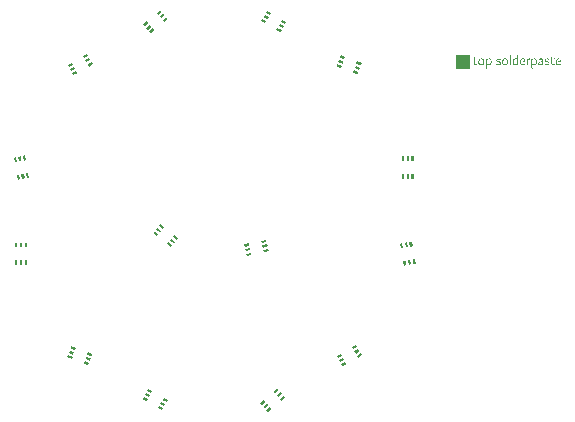
<source format=gtp>
G04                                                      *
G04 Greetings!                                           *
G04 This Gerber was generated by PCBmodE, an open source *
G04 PCB design software. Get it here:                    *
G04                                                      *
G04   http://pcbmode.com                                 *
G04                                                      *
G04 Also visit                                           *
G04                                                      *
G04   http://boldport.com                                *
G04                                                      *
G04 and follow @boldport / @pcbmode for updates!         *
G04                                                      *

G04 leading zeros omitted (L); absolute data (A); 6 integer digits and 6 fractional digits *
%FSLAX66Y66*%

G04 mode (MO): millimeters (MM) *
%MOMM*%

G04 Aperture definitions *
%ADD10C,0.001X*%
%ADD11C,0.001X*%

%LPD*%
G36*
G01X14232892Y-21024462D02*
G01X14109183Y-21181612D01*
G01X13794883Y-20934194D01*
G01X13918592Y-20777044D01*
G01X14232892Y-21024462D01*
G37*
G36*
G01X14480311Y-20710160D02*
G01X14356602Y-20867310D01*
G01X14042303Y-20619892D01*
G01X14166012Y-20462742D01*
G01X14480311Y-20710160D01*
G37*
G36*
G01X14727729Y-20395861D02*
G01X14604020Y-20553011D01*
G01X14289720Y-20305593D01*
G01X14413429Y-20148443D01*
G01X14727729Y-20395861D01*
G37*
G36*
G01X15411516Y-21952279D02*
G01X15287807Y-22109429D01*
G01X14973508Y-21862011D01*
G01X15097217Y-21704861D01*
G01X15411516Y-21952279D01*
G37*
G36*
G01X15658936Y-21637978D02*
G01X15535227Y-21795128D01*
G01X15220927Y-21547710D01*
G01X15344636Y-21390560D01*
G01X15658936Y-21637978D01*
G37*
G36*
G01X15906353Y-21323679D02*
G01X15782644Y-21480829D01*
G01X15468344Y-21233411D01*
G01X15592053Y-21076261D01*
G01X15906353Y-21323679D01*
G37*
G36*
G01X23004442Y-21747608D02*
G01X22961503Y-21552272D01*
G01X23352175Y-21466393D01*
G01X23395115Y-21661729D01*
G01X23004442Y-21747608D01*
G37*
G36*
G01X23090322Y-22138282D02*
G01X23047383Y-21942946D01*
G01X23438055Y-21857067D01*
G01X23480994Y-22052403D01*
G01X23090322Y-22138282D01*
G37*
G36*
G01X23176201Y-22528953D02*
G01X23133262Y-22333617D01*
G01X23523934Y-22247738D01*
G01X23566874Y-22443074D01*
G01X23176201Y-22528953D01*
G37*
G36*
G01X21539422Y-22069656D02*
G01X21496482Y-21874320D01*
G01X21887154Y-21788440D01*
G01X21930094Y-21983777D01*
G01X21539422Y-22069656D01*
G37*
G36*
G01X21625302Y-22460330D02*
G01X21582362Y-22264994D01*
G01X21973034Y-22179115D01*
G01X22015974Y-22374451D01*
G01X21625302Y-22460330D01*
G37*
G36*
G01X21711181Y-22851001D02*
G01X21668241Y-22655665D01*
G01X22058913Y-22569786D01*
G01X22101853Y-22765122D01*
G01X21711181Y-22851001D01*
G37*
G36*
G01X7945904Y-6123296D02*
G01X7845904Y-5950091D01*
G01X8192314Y-5750091D01*
G01X8292314Y-5923296D01*
G01X7945904Y-6123296D01*
G37*
G36*
G01X8145905Y-6469708D02*
G01X8045905Y-6296503D01*
G01X8392315Y-6096503D01*
G01X8492315Y-6269708D01*
G01X8145905Y-6469708D01*
G37*
G36*
G01X8345904Y-6816118D02*
G01X8245904Y-6642912D01*
G01X8592314Y-6442912D01*
G01X8692314Y-6616118D01*
G01X8345904Y-6816118D01*
G37*
G36*
G01X6646866Y-6873296D02*
G01X6546866Y-6700091D01*
G01X6893276Y-6500091D01*
G01X6993276Y-6673296D01*
G01X6646866Y-6873296D01*
G37*
G36*
G01X6846867Y-7219708D02*
G01X6746867Y-7046503D01*
G01X7093277Y-6846503D01*
G01X7193277Y-7019708D01*
G01X6846867Y-7219708D01*
G37*
G36*
G01X7046866Y-7566118D02*
G01X6946866Y-7392912D01*
G01X7293276Y-7192912D01*
G01X7393276Y-7366118D01*
G01X7046866Y-7566118D01*
G37*
G36*
G01X3039004Y-15859240D02*
G01X3235965Y-15824510D01*
G01X3305424Y-16218433D01*
G01X3108463Y-16253163D01*
G01X3039004Y-15859240D01*
G37*
G36*
G01X2645078Y-15928699D02*
G01X2842040Y-15893970D01*
G01X2911499Y-16287893D01*
G01X2714538Y-16322622D01*
G01X2645078Y-15928699D01*
G37*
G36*
G01X2251156Y-15998158D02*
G01X2448118Y-15963429D01*
G01X2517577Y-16357352D01*
G01X2320616Y-16392081D01*
G01X2251156Y-15998158D01*
G37*
G36*
G01X2778531Y-14382028D02*
G01X2975493Y-14347298D01*
G01X3044952Y-14741221D01*
G01X2847991Y-14775951D01*
G01X2778531Y-14382028D01*
G37*
G36*
G01X2384606Y-14451488D02*
G01X2581568Y-14416758D01*
G01X2651027Y-14810681D01*
G01X2454065Y-14845411D01*
G01X2384606Y-14451488D01*
G37*
G36*
G01X1990684Y-14520947D02*
G01X2187646Y-14486217D01*
G01X2257105Y-14880140D01*
G01X2060143Y-14914870D01*
G01X1990684Y-14520947D01*
G37*
G36*
G01X24626386Y-3014857D02*
G01X24726386Y-2841652D01*
G01X25072796Y-3041652D01*
G01X24972796Y-3214857D01*
G01X24626386Y-3014857D01*
G37*
G36*
G01X24426385Y-3361269D02*
G01X24526385Y-3188064D01*
G01X24872795Y-3388064D01*
G01X24772795Y-3561269D01*
G01X24426385Y-3361269D01*
G37*
G36*
G01X24226385Y-3707679D02*
G01X24326385Y-3534473D01*
G01X24672795Y-3734473D01*
G01X24572795Y-3907679D01*
G01X24226385Y-3707679D01*
G37*
G36*
G01X23327348Y-2264857D02*
G01X23427348Y-2091652D01*
G01X23773758Y-2291652D01*
G01X23673758Y-2464857D01*
G01X23327348Y-2264857D01*
G37*
G36*
G01X23127347Y-2611269D02*
G01X23227347Y-2438064D01*
G01X23573757Y-2638064D01*
G01X23473757Y-2811269D01*
G01X23127347Y-2611269D01*
G37*
G36*
G01X22927347Y-2957679D02*
G01X23027347Y-2784473D01*
G01X23373757Y-2984473D01*
G01X23273757Y-3157679D01*
G01X22927347Y-2957679D01*
G37*
G36*
G01X13771585Y-3583011D02*
G01X13900142Y-3736220D01*
G01X13593725Y-3993335D01*
G01X13465167Y-3840126D01*
G01X13771585Y-3583011D01*
G37*
G36*
G01X13514469Y-3276592D02*
G01X13643026Y-3429800D01*
G01X13336608Y-3686915D01*
G01X13208051Y-3533707D01*
G01X13514469Y-3276592D01*
G37*
G36*
G01X13257354Y-2970175D02*
G01X13385912Y-3123383D01*
G01X13079494Y-3380498D01*
G01X12950936Y-3227290D01*
G01X13257354Y-2970175D01*
G37*
G36*
G01X14920652Y-2618829D02*
G01X15049209Y-2772038D01*
G01X14742791Y-3029153D01*
G01X14614234Y-2875944D01*
G01X14920652Y-2618829D01*
G37*
G36*
G01X14663535Y-2312410D02*
G01X14792093Y-2465619D01*
G01X14485675Y-2722734D01*
G01X14357118Y-2569525D01*
G01X14663535Y-2312410D01*
G37*
G36*
G01X14406421Y-2005993D02*
G01X14534978Y-2159202D01*
G01X14228561Y-2416317D01*
G01X14100003Y-2263108D01*
G01X14406421Y-2005993D01*
G37*
G36*
G01X35668692Y-15911946D02*
G01X35868693Y-15911946D01*
G01X35868693Y-16311946D01*
G01X35668692Y-16311946D01*
G01X35668692Y-15911946D01*
G37*
G36*
G01X35268690Y-15911946D02*
G01X35468691Y-15911946D01*
G01X35468691Y-16311946D01*
G01X35268690Y-16311946D01*
G01X35268690Y-15911946D01*
G37*
G36*
G01X34868691Y-15911946D02*
G01X35068691Y-15911946D01*
G01X35068691Y-16311946D01*
G01X34868691Y-16311946D01*
G01X34868691Y-15911946D01*
G37*
G36*
G01X35668692Y-14411946D02*
G01X35868693Y-14411946D01*
G01X35868693Y-14811946D01*
G01X35668692Y-14811946D01*
G01X35668692Y-14411946D01*
G37*
G36*
G01X35268690Y-14411946D02*
G01X35468691Y-14411946D01*
G01X35468691Y-14811946D01*
G01X35268690Y-14811946D01*
G01X35268690Y-14411946D01*
G37*
G36*
G01X34868691Y-14411946D02*
G01X35068691Y-14411946D01*
G01X35068691Y-14811946D01*
G01X34868691Y-14811946D01*
G01X34868691Y-14411946D01*
G37*
G36*
G01X29771256Y-6764177D02*
G01X29702852Y-6952116D01*
G01X29326975Y-6815308D01*
G01X29395379Y-6627369D01*
G01X29771256Y-6764177D01*
G37*
G36*
G01X29908065Y-6388298D02*
G01X29839661Y-6576237D01*
G01X29463784Y-6439429D01*
G01X29532188Y-6251490D01*
G01X29908065Y-6388298D01*
G37*
G36*
G01X30044872Y-6012422D02*
G01X29976468Y-6200361D01*
G01X29600591Y-6063553D01*
G01X29668995Y-5875614D01*
G01X30044872Y-6012422D01*
G37*
G36*
G01X31180795Y-7277208D02*
G01X31112391Y-7465146D01*
G01X30736514Y-7328338D01*
G01X30804918Y-7140399D01*
G01X31180795Y-7277208D01*
G37*
G36*
G01X31317604Y-6901329D02*
G01X31249200Y-7089267D01*
G01X30873323Y-6952459D01*
G01X30941727Y-6764521D01*
G01X31317604Y-6901329D01*
G37*
G36*
G01X31454411Y-6525452D02*
G01X31386007Y-6713391D01*
G01X31010130Y-6576583D01*
G01X31078534Y-6388644D01*
G01X31454411Y-6525452D01*
G37*
G36*
G01X30082633Y-31836373D02*
G01X30182633Y-32009578D01*
G01X29836223Y-32209578D01*
G01X29736223Y-32036373D01*
G01X30082633Y-31836373D01*
G37*
G36*
G01X29882632Y-31489961D02*
G01X29982632Y-31663166D01*
G01X29636222Y-31863166D01*
G01X29536222Y-31689961D01*
G01X29882632Y-31489961D01*
G37*
G36*
G01X29682633Y-31143551D02*
G01X29782633Y-31316757D01*
G01X29436223Y-31516757D01*
G01X29336223Y-31343551D01*
G01X29682633Y-31143551D01*
G37*
G36*
G01X31381671Y-31086373D02*
G01X31481671Y-31259578D01*
G01X31135261Y-31459578D01*
G01X31035261Y-31286373D01*
G01X31381671Y-31086373D01*
G37*
G36*
G01X31181670Y-30739961D02*
G01X31281670Y-30913166D01*
G01X30935260Y-31113166D01*
G01X30835260Y-30939961D01*
G01X31181670Y-30739961D01*
G37*
G36*
G01X30981671Y-30393551D02*
G01X31081671Y-30566757D01*
G01X30735261Y-30766757D01*
G01X30635261Y-30593551D01*
G01X30981671Y-30393551D01*
G37*
G36*
G01X34977743Y-22167961D02*
G01X34780782Y-22202691D01*
G01X34711323Y-21808768D01*
G01X34908284Y-21774038D01*
G01X34977743Y-22167961D01*
G37*
G36*
G01X35371669Y-22098502D02*
G01X35174707Y-22133231D01*
G01X35105248Y-21739308D01*
G01X35302209Y-21704579D01*
G01X35371669Y-22098502D01*
G37*
G36*
G01X35765591Y-22029043D02*
G01X35568629Y-22063772D01*
G01X35499170Y-21669849D01*
G01X35696131Y-21635120D01*
G01X35765591Y-22029043D01*
G37*
G36*
G01X35238216Y-23645173D02*
G01X35041254Y-23679903D01*
G01X34971795Y-23285980D01*
G01X35168756Y-23251250D01*
G01X35238216Y-23645173D01*
G37*
G36*
G01X35632141Y-23575713D02*
G01X35435179Y-23610443D01*
G01X35365720Y-23216520D01*
G01X35562682Y-23181790D01*
G01X35632141Y-23575713D01*
G37*
G36*
G01X36026063Y-23506254D02*
G01X35829101Y-23540984D01*
G01X35759642Y-23147061D01*
G01X35956604Y-23112331D01*
G01X36026063Y-23506254D01*
G37*
G36*
G01X13333505Y-34990811D02*
G01X13233505Y-35164016D01*
G01X12887095Y-34964016D01*
G01X12987095Y-34790811D01*
G01X13333505Y-34990811D01*
G37*
G36*
G01X13533506Y-34644399D02*
G01X13433506Y-34817604D01*
G01X13087096Y-34617604D01*
G01X13187096Y-34444399D01*
G01X13533506Y-34644399D01*
G37*
G36*
G01X13733506Y-34297989D02*
G01X13633506Y-34471195D01*
G01X13287096Y-34271195D01*
G01X13387096Y-34097989D01*
G01X13733506Y-34297989D01*
G37*
G36*
G01X14632543Y-35740811D02*
G01X14532543Y-35914016D01*
G01X14186133Y-35714016D01*
G01X14286133Y-35540811D01*
G01X14632543Y-35740811D01*
G37*
G36*
G01X14832544Y-35394399D02*
G01X14732544Y-35567604D01*
G01X14386134Y-35367604D01*
G01X14486134Y-35194399D01*
G01X14832544Y-35394399D01*
G37*
G36*
G01X15032544Y-35047989D02*
G01X14932544Y-35221195D01*
G01X14586134Y-35021195D01*
G01X14686134Y-34847989D01*
G01X15032544Y-35047989D01*
G37*
G36*
G01X24148053Y-34483037D02*
G01X24019496Y-34329828D01*
G01X24325913Y-34072713D01*
G01X24454471Y-34225922D01*
G01X24148053Y-34483037D01*
G37*
G36*
G01X24405169Y-34789456D02*
G01X24276612Y-34636248D01*
G01X24583030Y-34379133D01*
G01X24711587Y-34532341D01*
G01X24405169Y-34789456D01*
G37*
G36*
G01X24662284Y-35095873D02*
G01X24533726Y-34942665D01*
G01X24840144Y-34685550D01*
G01X24968702Y-34838758D01*
G01X24662284Y-35095873D01*
G37*
G36*
G01X22998986Y-35447219D02*
G01X22870429Y-35294010D01*
G01X23176847Y-35036895D01*
G01X23305404Y-35190104D01*
G01X22998986Y-35447219D01*
G37*
G36*
G01X23256103Y-35753638D02*
G01X23127545Y-35600429D01*
G01X23433963Y-35343314D01*
G01X23562520Y-35496523D01*
G01X23256103Y-35753638D01*
G37*
G36*
G01X23513217Y-36060055D02*
G01X23384660Y-35906846D01*
G01X23691077Y-35649731D01*
G01X23819635Y-35802940D01*
G01X23513217Y-36060055D01*
G37*
G36*
G01X2311326Y-22127638D02*
G01X2111325Y-22127638D01*
G01X2111325Y-21727638D01*
G01X2311326Y-21727638D01*
G01X2311326Y-22127638D01*
G37*
G36*
G01X2711327Y-22127638D02*
G01X2511328Y-22127638D01*
G01X2511328Y-21727638D01*
G01X2711327Y-21727638D01*
G01X2711327Y-22127638D01*
G37*
G36*
G01X3111327Y-22127638D02*
G01X2911326Y-22127638D01*
G01X2911326Y-21727638D01*
G01X3111327Y-21727638D01*
G01X3111327Y-22127638D01*
G37*
G36*
G01X2311326Y-23627638D02*
G01X2111325Y-23627638D01*
G01X2111325Y-23227638D01*
G01X2311326Y-23227638D01*
G01X2311326Y-23627638D01*
G37*
G36*
G01X2711327Y-23627638D02*
G01X2511328Y-23627638D01*
G01X2511328Y-23227638D01*
G01X2711327Y-23227638D01*
G01X2711327Y-23627638D01*
G37*
G36*
G01X3111327Y-23627638D02*
G01X2911326Y-23627638D01*
G01X2911326Y-23227638D01*
G01X3111327Y-23227638D01*
G01X3111327Y-23627638D01*
G37*
G36*
G01X8210635Y-31207769D02*
G01X8279039Y-31019830D01*
G01X8654916Y-31156638D01*
G01X8586512Y-31344577D01*
G01X8210635Y-31207769D01*
G37*
G36*
G01X8073826Y-31583648D02*
G01X8142230Y-31395709D01*
G01X8518107Y-31532517D01*
G01X8449703Y-31720456D01*
G01X8073826Y-31583648D01*
G37*
G36*
G01X7937019Y-31959524D02*
G01X8005423Y-31771585D01*
G01X8381300Y-31908393D01*
G01X8312896Y-32096332D01*
G01X7937019Y-31959524D01*
G37*
G36*
G01X6801096Y-30694738D02*
G01X6869500Y-30506800D01*
G01X7245377Y-30643608D01*
G01X7176973Y-30831547D01*
G01X6801096Y-30694738D01*
G37*
G36*
G01X6664287Y-31070617D02*
G01X6732691Y-30882679D01*
G01X7108568Y-31019487D01*
G01X7040164Y-31207425D01*
G01X6664287Y-31070617D01*
G37*
G36*
G01X6527480Y-31446494D02*
G01X6595884Y-31258555D01*
G01X6971761Y-31395363D01*
G01X6903357Y-31583302D01*
G01X6527480Y-31446494D01*
G37*
G36*
G01X39400145Y-5800000D02*
G01X40600145Y-5800000D01*
G01X40600145Y-7000000D01*
G01X39400145Y-7000000D01*
G01X39400145Y-5800000D01*
G37*
G36*
G01X40850145Y-6179102D02*
G01X40850145Y-6179102D01*
G01X40868016Y-6143946D01*
G01X40868016Y-6143946D01*
G01X40925023Y-6136381D01*
G01X40929246Y-6136329D01*
G01X40963231Y-6136329D01*
G01X40963231Y-6136329D01*
G01X40961027Y-6079044D01*
G01X40957976Y-6029204D01*
G01X40955614Y-6001563D01*
G01X40955614Y-6001563D01*
G01X40995457Y-5998047D01*
G01X40995457Y-5998047D01*
G01X41043692Y-6014500D01*
G01X41052879Y-6043750D01*
G01X41052879Y-6043750D01*
G01X41051512Y-6079530D01*
G01X41048192Y-6137500D01*
G01X41048192Y-6137500D01*
G01X41117918Y-6137098D01*
G01X41174754Y-6135889D01*
G01X41218700Y-6133875D01*
G01X41249754Y-6131055D01*
G01X41249754Y-6131055D01*
G01X41249754Y-6131055D01*
G01X41254442Y-6159180D01*
G01X41254442Y-6159180D01*
G01X41241844Y-6191407D01*
G01X41241844Y-6191407D01*
G01X41201707Y-6200782D01*
G01X41201707Y-6200782D01*
G01X41166597Y-6201428D01*
G01X41115407Y-6201818D01*
G01X41048138Y-6201953D01*
G01X41045848Y-6201954D01*
G01X41045848Y-6201954D01*
G01X41045042Y-6251647D01*
G01X41044405Y-6302314D01*
G01X41043938Y-6353953D01*
G01X41043639Y-6406566D01*
G01X41043510Y-6460151D01*
G01X41043504Y-6474415D01*
G01X41043504Y-6474415D01*
G01X41046542Y-6539514D01*
G01X41055654Y-6586313D01*
G01X41066942Y-6610059D01*
G01X41066942Y-6610059D01*
G01X41122010Y-6640169D01*
G01X41144286Y-6642579D01*
G01X41144286Y-6642579D01*
G01X41193585Y-6632374D01*
G01X41230418Y-6606250D01*
G01X41230418Y-6606250D01*
G01X41252098Y-6649610D01*
G01X41252098Y-6649610D01*
G01X41225239Y-6688111D01*
G01X41221043Y-6690332D01*
G01X41221043Y-6690332D01*
G01X41159336Y-6705194D01*
G01X41145457Y-6705860D01*
G01X41145457Y-6705860D01*
G01X41087677Y-6699980D01*
G01X41041837Y-6682340D01*
G01X41007937Y-6652940D01*
G01X41004539Y-6648438D01*
G01X41004539Y-6648438D01*
G01X40978649Y-6590592D01*
G01X40966750Y-6528545D01*
G01X40963400Y-6484832D01*
G01X40963231Y-6476758D01*
G01X40963231Y-6476758D01*
G01X40964037Y-6399885D01*
G01X40964674Y-6334476D01*
G01X40965141Y-6280532D01*
G01X40965440Y-6238053D01*
G01X40965569Y-6207038D01*
G01X40965575Y-6200782D01*
G01X40965575Y-6200782D01*
G01X40941172Y-6202561D01*
G01X40874291Y-6207901D01*
G01X40853661Y-6209571D01*
G01X40853661Y-6209571D01*
G01X40850145Y-6179102D01*
G37*
G36*
G01X41325926Y-6415821D02*
G01X41325926Y-6415821D01*
G01X41329414Y-6360323D01*
G01X41339879Y-6309844D01*
G01X41357320Y-6264386D01*
G01X41381737Y-6223946D01*
G01X41397996Y-6204004D01*
G01X41397996Y-6204004D01*
G01X41455355Y-6159133D01*
G01X41514738Y-6135270D01*
G01X41562781Y-6125780D01*
G01X41586119Y-6124029D01*
G01X41586668Y-6124024D01*
G01X41586668Y-6124024D01*
G01X41640550Y-6128631D01*
G01X41689133Y-6142451D01*
G01X41732418Y-6165486D01*
G01X41770403Y-6197734D01*
G01X41776219Y-6204004D01*
G01X41776219Y-6204004D01*
G01X41813934Y-6262365D01*
G01X41835391Y-6324049D01*
G01X41845175Y-6377320D01*
G01X41847872Y-6410443D01*
G01X41847996Y-6415821D01*
G01X41847996Y-6415821D01*
G01X41838352Y-6498098D01*
G01X41816405Y-6561712D01*
G01X41792636Y-6604739D01*
G01X41777524Y-6625253D01*
G01X41776219Y-6626758D01*
G01X41776219Y-6626758D01*
G01X41718855Y-6671136D01*
G01X41659179Y-6694737D01*
G01X41610774Y-6704123D01*
G01X41587223Y-6705855D01*
G01X41586668Y-6705860D01*
G01X41586668Y-6705860D01*
G01X41533265Y-6701304D01*
G01X41484991Y-6687635D01*
G01X41441847Y-6664854D01*
G01X41403833Y-6632960D01*
G01X41397996Y-6626758D01*
G01X41397996Y-6626758D01*
G01X41360127Y-6568859D01*
G01X41338583Y-6507439D01*
G01X41328759Y-6454287D01*
G01X41326051Y-6421197D01*
G01X41325926Y-6415821D01*
G37*
%LPC*%
G36*
G01X41410301Y-6398829D02*
G01X41410301Y-6398829D01*
G01X41413953Y-6453868D01*
G01X41424909Y-6503487D01*
G01X41443169Y-6547686D01*
G01X41456883Y-6570508D01*
G01X41456883Y-6570508D01*
G01X41510657Y-6618444D01*
G01X41562523Y-6636368D01*
G01X41586644Y-6639063D01*
G01X41586668Y-6639063D01*
G01X41586668Y-6639063D01*
G01X41639378Y-6632560D01*
G01X41683552Y-6613053D01*
G01X41717332Y-6582813D01*
G01X41717332Y-6582813D01*
G01X41749468Y-6521594D01*
G01X41762020Y-6463139D01*
G01X41764204Y-6433255D01*
G01X41764207Y-6432813D01*
G01X41764207Y-6432813D01*
G01X41760441Y-6377727D01*
G01X41749140Y-6327970D01*
G01X41730306Y-6283542D01*
G01X41716161Y-6260547D01*
G01X41716161Y-6260547D01*
G01X41661810Y-6212202D01*
G01X41610400Y-6194124D01*
G01X41586693Y-6191407D01*
G01X41586668Y-6191407D01*
G01X41586668Y-6191407D01*
G01X41534027Y-6197977D01*
G01X41490055Y-6217688D01*
G01X41456590Y-6248243D01*
G01X41456590Y-6248243D01*
G01X41424856Y-6309864D01*
G01X41412461Y-6368475D01*
G01X41410304Y-6398387D01*
G01X41410301Y-6398829D01*
G37*
%LPD*%
G36*
G01X41973973Y-6142188D02*
G01X41973973Y-6142188D01*
G01X42020848Y-6132813D01*
G01X42020848Y-6132813D01*
G01X42062428Y-6151555D01*
G01X42072411Y-6192579D01*
G01X42072411Y-6192579D01*
G01X42118517Y-6162586D01*
G01X42165428Y-6141163D01*
G01X42213145Y-6128309D01*
G01X42261668Y-6124024D01*
G01X42261668Y-6124024D01*
G01X42261668Y-6124024D01*
G01X42312935Y-6129798D01*
G01X42358454Y-6147122D01*
G01X42398224Y-6175994D01*
G01X42410204Y-6188184D01*
G01X42410204Y-6188184D01*
G01X42443909Y-6245784D01*
G01X42461217Y-6309949D01*
G01X42467593Y-6362084D01*
G01X42468504Y-6383594D01*
G01X42468504Y-6383594D01*
G01X42468504Y-6383594D01*
G01X42465714Y-6437219D01*
G01X42457344Y-6487844D01*
G01X42443394Y-6535469D01*
G01X42441258Y-6541211D01*
G01X42441258Y-6541211D01*
G01X42405817Y-6604637D01*
G01X42369582Y-6645678D01*
G01X42354247Y-6659278D01*
G01X42354247Y-6659278D01*
G01X42290955Y-6691850D01*
G01X42235084Y-6704029D01*
G01X42210131Y-6705860D01*
G01X42210106Y-6705860D01*
G01X42210106Y-6705860D01*
G01X42160046Y-6700620D01*
G01X42111961Y-6684901D01*
G01X42075926Y-6665430D01*
G01X42075926Y-6665430D01*
G01X42076301Y-6707618D01*
G01X42076512Y-6728418D01*
G01X42076512Y-6728418D01*
G01X42077494Y-6797617D01*
G01X42077684Y-6805762D01*
G01X42077684Y-6805762D01*
G01X42080365Y-6864140D01*
G01X42080614Y-6868750D01*
G01X42080614Y-6868750D01*
G01X42086867Y-6932415D01*
G01X42087938Y-6939063D01*
G01X42087938Y-6939063D01*
G01X42099948Y-6988275D01*
G01X42099950Y-6988282D01*
G01X42099950Y-6988282D01*
G01X42051903Y-6997657D01*
G01X42051903Y-6997657D01*
G01X42005563Y-6982438D01*
G01X42005321Y-6982129D01*
G01X42005321Y-6982129D01*
G01X41993318Y-6929970D01*
G01X41993309Y-6929102D01*
G01X41993309Y-6929102D01*
G01X41993366Y-6884891D01*
G01X41993537Y-6837053D01*
G01X41993822Y-6785590D01*
G01X41994220Y-6730500D01*
G01X41994733Y-6671785D01*
G01X41995067Y-6637598D01*
G01X41995067Y-6637598D01*
G01X41995958Y-6541724D01*
G01X41996482Y-6471644D01*
G01X41996736Y-6425323D01*
G01X41996817Y-6400728D01*
G01X41996825Y-6395313D01*
G01X41996825Y-6395313D01*
G01X41995911Y-6324625D01*
G01X41993168Y-6263969D01*
G01X41988598Y-6213344D01*
G01X41982200Y-6172750D01*
G01X41973973Y-6142188D01*
G01X41973973Y-6142188D01*
G37*
%LPC*%
G36*
G01X42075926Y-6257618D02*
G01X42075926Y-6257618D01*
G01X42076577Y-6332619D01*
G01X42077121Y-6399420D01*
G01X42077561Y-6458021D01*
G01X42077895Y-6508422D01*
G01X42078123Y-6550623D01*
G01X42078246Y-6584623D01*
G01X42078270Y-6602735D01*
G01X42078270Y-6602735D01*
G01X42119652Y-6622975D01*
G01X42168891Y-6635088D01*
G01X42222411Y-6639063D01*
G01X42222411Y-6639063D01*
G01X42272288Y-6629908D01*
G01X42314110Y-6602442D01*
G01X42314110Y-6602442D01*
G01X42314110Y-6602442D01*
G01X42353887Y-6546459D01*
G01X42367355Y-6513918D01*
G01X42367430Y-6513672D01*
G01X42367430Y-6513672D01*
G01X42380231Y-6445912D01*
G01X42382931Y-6403661D01*
G01X42382957Y-6401172D01*
G01X42382957Y-6401172D01*
G01X42379240Y-6341600D01*
G01X42368086Y-6292258D01*
G01X42349497Y-6253147D01*
G01X42341649Y-6242383D01*
G01X42341649Y-6242383D01*
G01X42283619Y-6201353D01*
G01X42239933Y-6191616D01*
G01X42235301Y-6191407D01*
G01X42235301Y-6191407D01*
G01X42188359Y-6196975D01*
G01X42142007Y-6213680D01*
G01X42096247Y-6241522D01*
G01X42075926Y-6257618D01*
G37*
%LPD*%
G36*
G01X42845848Y-6610352D02*
G01X42845848Y-6610352D01*
G01X42867243Y-6574235D01*
G01X42899754Y-6559961D01*
G01X42899754Y-6559961D01*
G01X42926789Y-6599723D01*
G01X42956883Y-6618848D01*
G01X42956883Y-6618848D01*
G01X43023035Y-6636827D01*
G01X43052098Y-6639063D01*
G01X43052098Y-6639063D01*
G01X43119607Y-6624918D01*
G01X43135594Y-6616211D01*
G01X43135594Y-6616211D01*
G01X43165910Y-6561336D01*
G01X43167528Y-6545313D01*
G01X43167528Y-6545313D01*
G01X43149565Y-6500928D01*
G01X43135594Y-6490235D01*
G01X43135594Y-6490235D01*
G01X43075478Y-6465254D01*
G01X43058250Y-6460645D01*
G01X43058250Y-6460645D01*
G01X42991672Y-6443680D01*
G01X42967137Y-6436622D01*
G01X42967137Y-6436622D01*
G01X42908777Y-6403367D01*
G01X42889500Y-6384473D01*
G01X42889500Y-6384473D01*
G01X42862321Y-6323012D01*
G01X42857574Y-6283477D01*
G01X42857567Y-6282813D01*
G01X42857567Y-6282813D01*
G01X42866029Y-6234665D01*
G01X42891417Y-6193415D01*
G01X42919383Y-6168555D01*
G01X42919383Y-6168555D01*
G01X42984328Y-6136826D01*
G01X43038271Y-6125483D01*
G01X43059129Y-6124024D01*
G01X43059129Y-6124024D01*
G01X43108232Y-6128902D01*
G01X43156541Y-6143535D01*
G01X43169579Y-6149219D01*
G01X43169579Y-6149219D01*
G01X43218502Y-6196894D01*
G01X43223778Y-6218946D01*
G01X43223778Y-6218946D01*
G01X43202382Y-6256155D01*
G01X43169871Y-6269336D01*
G01X43169871Y-6269336D01*
G01X43142077Y-6230894D01*
G01X43115672Y-6213086D01*
G01X43115672Y-6213086D01*
G01X43051276Y-6193130D01*
G01X43030418Y-6191407D01*
G01X43030418Y-6191407D01*
G01X42980455Y-6201402D01*
G01X42959520Y-6213672D01*
G01X42959520Y-6213672D01*
G01X42930444Y-6267034D01*
G01X42929637Y-6276368D01*
G01X42929637Y-6276368D01*
G01X42947124Y-6320924D01*
G01X42961571Y-6332618D01*
G01X42961571Y-6332618D01*
G01X43020886Y-6358837D01*
G01X43038914Y-6363965D01*
G01X43038914Y-6363965D01*
G01X43104516Y-6381183D01*
G01X43130028Y-6388575D01*
G01X43130028Y-6388575D01*
G01X43189161Y-6421179D01*
G01X43207664Y-6438379D01*
G01X43207664Y-6438379D01*
G01X43235606Y-6498914D01*
G01X43239598Y-6532422D01*
G01X43239598Y-6532422D01*
G01X43239598Y-6532422D01*
G01X43232520Y-6585488D01*
G01X43211285Y-6629139D01*
G01X43178368Y-6661622D01*
G01X43178368Y-6661622D01*
G01X43114052Y-6692555D01*
G01X43057797Y-6704121D01*
G01X43032787Y-6705860D01*
G01X43032762Y-6705860D01*
G01X43032762Y-6705860D01*
G01X42979467Y-6701883D01*
G01X42930910Y-6689953D01*
G01X42902684Y-6678321D01*
G01X42902684Y-6678321D01*
G01X42851380Y-6630827D01*
G01X42845848Y-6610352D01*
G37*
G36*
G01X43342137Y-6415821D02*
G01X43342137Y-6415821D01*
G01X43345625Y-6360323D01*
G01X43356090Y-6309844D01*
G01X43373531Y-6264386D01*
G01X43397948Y-6223946D01*
G01X43414207Y-6204004D01*
G01X43414207Y-6204004D01*
G01X43471566Y-6159133D01*
G01X43530949Y-6135270D01*
G01X43578992Y-6125780D01*
G01X43602330Y-6124029D01*
G01X43602879Y-6124024D01*
G01X43602879Y-6124024D01*
G01X43656761Y-6128631D01*
G01X43705344Y-6142451D01*
G01X43748629Y-6165486D01*
G01X43786614Y-6197734D01*
G01X43792430Y-6204004D01*
G01X43792430Y-6204004D01*
G01X43830145Y-6262365D01*
G01X43851602Y-6324049D01*
G01X43861386Y-6377320D01*
G01X43864083Y-6410443D01*
G01X43864207Y-6415821D01*
G01X43864207Y-6415821D01*
G01X43854563Y-6498098D01*
G01X43832616Y-6561712D01*
G01X43808847Y-6604739D01*
G01X43793735Y-6625253D01*
G01X43792430Y-6626758D01*
G01X43792430Y-6626758D01*
G01X43735066Y-6671136D01*
G01X43675390Y-6694738D01*
G01X43626985Y-6704123D01*
G01X43603434Y-6705855D01*
G01X43602879Y-6705860D01*
G01X43602879Y-6705860D01*
G01X43549476Y-6701304D01*
G01X43501202Y-6687635D01*
G01X43458058Y-6664854D01*
G01X43420044Y-6632960D01*
G01X43414207Y-6626758D01*
G01X43414207Y-6626758D01*
G01X43376338Y-6568860D01*
G01X43354794Y-6507439D01*
G01X43344970Y-6454287D01*
G01X43342262Y-6421197D01*
G01X43342137Y-6415821D01*
G37*
%LPC*%
G36*
G01X43426512Y-6398829D02*
G01X43426512Y-6398829D01*
G01X43430164Y-6453868D01*
G01X43441120Y-6503487D01*
G01X43459380Y-6547686D01*
G01X43473094Y-6570508D01*
G01X43473094Y-6570508D01*
G01X43526868Y-6618444D01*
G01X43578734Y-6636368D01*
G01X43602854Y-6639063D01*
G01X43602879Y-6639063D01*
G01X43602879Y-6639063D01*
G01X43655589Y-6632560D01*
G01X43699763Y-6613053D01*
G01X43733543Y-6582813D01*
G01X43733543Y-6582813D01*
G01X43765679Y-6521594D01*
G01X43778231Y-6463139D01*
G01X43780415Y-6433255D01*
G01X43780418Y-6432813D01*
G01X43780418Y-6432813D01*
G01X43776651Y-6377727D01*
G01X43765351Y-6327970D01*
G01X43746516Y-6283542D01*
G01X43732371Y-6260547D01*
G01X43732371Y-6260547D01*
G01X43678021Y-6212202D01*
G01X43626611Y-6194124D01*
G01X43602904Y-6191407D01*
G01X43602879Y-6191407D01*
G01X43602879Y-6191407D01*
G01X43550238Y-6197977D01*
G01X43506266Y-6217688D01*
G01X43472801Y-6248243D01*
G01X43472801Y-6248243D01*
G01X43441067Y-6309864D01*
G01X43428672Y-6368475D01*
G01X43426515Y-6398387D01*
G01X43426512Y-6398829D01*
G37*
%LPD*%
G36*
G01X43990184Y-5805860D02*
G01X43990184Y-5805860D01*
G01X44032371Y-5802344D01*
G01X44032371Y-5802344D01*
G01X44079496Y-5819912D01*
G01X44087450Y-5848047D01*
G01X44087450Y-5848047D01*
G01X44086380Y-5888691D01*
G01X44085692Y-5912207D01*
G01X44085692Y-5912207D01*
G01X44083849Y-5976627D01*
G01X44082158Y-6037843D01*
G01X44081310Y-6069071D01*
G01X44081297Y-6069532D01*
G01X44081297Y-6069532D01*
G01X44079729Y-6144038D01*
G01X44078952Y-6208111D01*
G01X44078689Y-6251555D01*
G01X44078661Y-6264649D01*
G01X44078661Y-6451563D01*
G01X44078661Y-6451563D01*
G01X44079668Y-6514883D01*
G01X44082692Y-6570968D01*
G01X44087730Y-6619817D01*
G01X44094785Y-6661432D01*
G01X44101512Y-6688282D01*
G01X44101512Y-6688282D01*
G01X44056395Y-6697657D01*
G01X44056395Y-6697657D01*
G01X44010106Y-6683301D01*
G01X44010106Y-6683301D01*
G01X43997215Y-6635547D01*
G01X43997215Y-6635547D01*
G01X43997215Y-6635547D01*
G01X43997343Y-6607784D01*
G01X43997726Y-6557751D01*
G01X43998364Y-6485449D01*
G01X43998387Y-6482911D01*
G01X43998387Y-6482911D01*
G01X43999103Y-6393698D01*
G01X43999445Y-6332444D01*
G01X43999551Y-6299047D01*
G01X43999559Y-6292188D01*
G01X43999559Y-6152735D01*
G01X43999559Y-6152735D01*
G01X43999348Y-6072763D01*
G01X43998715Y-6002653D01*
G01X43997661Y-5942404D01*
G01X43996184Y-5892016D01*
G01X43994286Y-5851490D01*
G01X43991965Y-5820825D01*
G01X43990184Y-5805860D01*
G37*
G36*
G01X44227489Y-6415821D02*
G01X44227489Y-6415821D01*
G01X44231062Y-6360753D01*
G01X44241782Y-6310535D01*
G01X44259648Y-6265167D01*
G01X44284661Y-6224648D01*
G01X44301317Y-6204590D01*
G01X44301317Y-6204590D01*
G01X44360295Y-6158013D01*
G01X44418065Y-6134095D01*
G01X44461992Y-6125283D01*
G01X44479442Y-6124024D01*
G01X44479442Y-6124024D01*
G01X44479442Y-6124024D01*
G01X44527908Y-6128765D01*
G01X44575290Y-6142990D01*
G01X44618895Y-6165040D01*
G01X44618895Y-6165040D01*
G01X44620423Y-6106924D01*
G01X44621163Y-6058462D01*
G01X44621239Y-6040235D01*
G01X44621239Y-6040235D01*
G01X44620785Y-5978215D01*
G01X44619424Y-5922095D01*
G01X44617155Y-5871873D01*
G01X44613979Y-5827550D01*
G01X44611864Y-5805860D01*
G01X44611864Y-5805860D01*
G01X44654637Y-5802344D01*
G01X44654637Y-5802344D01*
G01X44700759Y-5819912D01*
G01X44708543Y-5848047D01*
G01X44708543Y-5848047D01*
G01X44708353Y-5870975D01*
G01X44707782Y-5906806D01*
G01X44706830Y-5955540D01*
G01X44705497Y-6017177D01*
G01X44703784Y-6091717D01*
G01X44703270Y-6113477D01*
G01X44703270Y-6113477D01*
G01X44701122Y-6210156D01*
G01X44699655Y-6287669D01*
G01X44698738Y-6347009D01*
G01X44698243Y-6389170D01*
G01X44698039Y-6415146D01*
G01X44697997Y-6425929D01*
G01X44697996Y-6426368D01*
G01X44697996Y-6426368D01*
G01X44698821Y-6497503D01*
G01X44701296Y-6558612D01*
G01X44705421Y-6609695D01*
G01X44711196Y-6650752D01*
G01X44718620Y-6681782D01*
G01X44720848Y-6688282D01*
G01X44720848Y-6688282D01*
G01X44675145Y-6697657D01*
G01X44675145Y-6697657D01*
G01X44633775Y-6678914D01*
G01X44622411Y-6637891D01*
G01X44622411Y-6637891D01*
G01X44579866Y-6671597D01*
G01X44535152Y-6693870D01*
G01X44488271Y-6704711D01*
G01X44466551Y-6705860D01*
G01X44465379Y-6705860D01*
G01X44465379Y-6705860D01*
G01X44417114Y-6700315D01*
G01X44372255Y-6683679D01*
G01X44330802Y-6655952D01*
G01X44298387Y-6623829D01*
G01X44298387Y-6623829D01*
G01X44259856Y-6562320D01*
G01X44238653Y-6499268D01*
G01X44229601Y-6447078D01*
G01X44227525Y-6418153D01*
G01X44227489Y-6415821D01*
G37*
%LPC*%
G36*
G01X44311864Y-6398829D02*
G01X44311864Y-6398829D01*
G01X44315537Y-6453638D01*
G01X44326558Y-6502895D01*
G01X44344925Y-6546598D01*
G01X44362254Y-6574024D01*
G01X44362254Y-6574024D01*
G01X44418947Y-6623752D01*
G01X44467328Y-6640728D01*
G01X44484129Y-6642579D01*
G01X44484129Y-6642579D01*
G01X44530157Y-6635113D01*
G01X44574652Y-6612716D01*
G01X44617617Y-6575388D01*
G01X44618895Y-6574024D01*
G01X44618895Y-6574024D01*
G01X44618245Y-6487179D01*
G01X44617700Y-6412622D01*
G01X44617260Y-6350351D01*
G01X44616926Y-6300368D01*
G01X44616698Y-6262671D01*
G01X44616575Y-6237262D01*
G01X44616551Y-6227149D01*
G01X44616551Y-6227149D01*
G01X44567359Y-6204706D01*
G01X44519414Y-6193137D01*
G01X44492918Y-6191407D01*
G01X44492918Y-6191407D01*
G01X44440006Y-6197977D01*
G01X44395221Y-6217688D01*
G01X44360496Y-6248243D01*
G01X44360496Y-6248243D01*
G01X44327155Y-6309864D01*
G01X44314133Y-6368475D01*
G01X44311867Y-6398387D01*
G01X44311864Y-6398829D01*
G37*
%LPD*%
G36*
G01X44846239Y-6418165D02*
G01X44846239Y-6418165D01*
G01X44849766Y-6361504D01*
G01X44860347Y-6310631D01*
G01X44877983Y-6265547D01*
G01X44902673Y-6226251D01*
G01X44926219Y-6200196D01*
G01X44926219Y-6200196D01*
G01X44989304Y-6156159D01*
G01X45050108Y-6133545D01*
G01X45095917Y-6125214D01*
G01X45114012Y-6124024D01*
G01X45114012Y-6124024D01*
G01X45114012Y-6124024D01*
G01X45167331Y-6129510D01*
G01X45213335Y-6145970D01*
G01X45249950Y-6171485D01*
G01X45249950Y-6171485D01*
G01X45290834Y-6231175D01*
G01X45301681Y-6275791D01*
G01X45302098Y-6282813D01*
G01X45302098Y-6282813D01*
G01X45295470Y-6335596D01*
G01X45285399Y-6360743D01*
G01X45285399Y-6360743D01*
G01X45245890Y-6406645D01*
G01X45241746Y-6409668D01*
G01X45241746Y-6409668D01*
G01X45182628Y-6432883D01*
G01X45163817Y-6437207D01*
G01X45163817Y-6437207D01*
G01X45094603Y-6446839D01*
G01X45063622Y-6449219D01*
G01X45063622Y-6449219D01*
G01X45063622Y-6449219D01*
G01X44998469Y-6451031D01*
G01X44944600Y-6451538D01*
G01X44934129Y-6451563D01*
G01X44934129Y-6451563D01*
G01X44944331Y-6506035D01*
G01X44962187Y-6552312D01*
G01X44985985Y-6588379D01*
G01X44985985Y-6588379D01*
G01X45042790Y-6626984D01*
G01X45092492Y-6638362D01*
G01X45104051Y-6639063D01*
G01X45104051Y-6639063D01*
G01X45160366Y-6631815D01*
G01X45203406Y-6610073D01*
G01X45231786Y-6576368D01*
G01X45231786Y-6576368D01*
G01X45274642Y-6608083D01*
G01X45279246Y-6626758D01*
G01X45279246Y-6626758D01*
G01X45259629Y-6664586D01*
G01X45224754Y-6684180D01*
G01X45224754Y-6684180D01*
G01X45156761Y-6701407D01*
G01X45108961Y-6705733D01*
G01X45102879Y-6705860D01*
G01X45102879Y-6705860D01*
G01X45048918Y-6701410D01*
G01X45000121Y-6688062D01*
G01X44956486Y-6665815D01*
G01X44918016Y-6634668D01*
G01X44918016Y-6634668D01*
G01X44918016Y-6634668D01*
G01X44880301Y-6579256D01*
G01X44858844Y-6516338D01*
G01X44849060Y-6459934D01*
G01X44846363Y-6424063D01*
G01X44846239Y-6418165D01*
G37*
%LPC*%
G36*
G01X44932957Y-6391797D02*
G01X44932957Y-6391797D01*
G01X44988453Y-6391389D01*
G01X45019090Y-6390625D01*
G01X45019090Y-6390625D01*
G01X45082049Y-6384997D01*
G01X45094676Y-6383301D01*
G01X45094676Y-6383301D01*
G01X45155749Y-6368374D01*
G01X45160887Y-6366309D01*
G01X45160887Y-6366309D01*
G01X45202149Y-6335308D01*
G01X45202196Y-6335254D01*
G01X45202196Y-6335254D01*
G01X45219475Y-6285582D01*
G01X45219481Y-6285157D01*
G01X45219481Y-6285157D01*
G01X45205698Y-6238704D01*
G01X45187840Y-6218360D01*
G01X45187840Y-6218360D01*
G01X45128683Y-6192173D01*
G01X45109325Y-6190235D01*
G01X45109325Y-6190235D01*
G01X45058880Y-6196973D01*
G01X45014212Y-6217187D01*
G01X44986278Y-6239454D01*
G01X44986278Y-6239454D01*
G01X44951511Y-6296090D01*
G01X44936513Y-6355740D01*
G01X44933008Y-6390335D01*
G01X44932957Y-6391797D01*
G37*
%LPD*%
G36*
G01X45428075Y-6136329D02*
G01X45428075Y-6136329D01*
G01X45469090Y-6132813D01*
G01X45469090Y-6132813D01*
G01X45513970Y-6151293D01*
G01X45520653Y-6177930D01*
G01X45520653Y-6177930D01*
G01X45520067Y-6194336D01*
G01X45520067Y-6194336D01*
G01X45519481Y-6220118D01*
G01X45519481Y-6220118D01*
G01X45550125Y-6182386D01*
G01X45583641Y-6153614D01*
G01X45583641Y-6153614D01*
G01X45645883Y-6126063D01*
G01X45663036Y-6124024D01*
G01X45663036Y-6124024D01*
G01X45706395Y-6136622D01*
G01X45706395Y-6136622D01*
G01X45722215Y-6170899D01*
G01X45722215Y-6170899D01*
G01X45705264Y-6215078D01*
G01X45698192Y-6224805D01*
G01X45698192Y-6224805D01*
G01X45653240Y-6202961D01*
G01X45640184Y-6201954D01*
G01X45640184Y-6201954D01*
G01X45593955Y-6214507D01*
G01X45573094Y-6228321D01*
G01X45573094Y-6228321D01*
G01X45528800Y-6278005D01*
G01X45516551Y-6298047D01*
G01X45516551Y-6298047D01*
G01X45515905Y-6332775D01*
G01X45515515Y-6382816D01*
G01X45515379Y-6448172D01*
G01X45515379Y-6450391D01*
G01X45515379Y-6450391D01*
G01X45516387Y-6514540D01*
G01X45519410Y-6571144D01*
G01X45524449Y-6620203D01*
G01X45531503Y-6661717D01*
G01X45538231Y-6688282D01*
G01X45538231Y-6688282D01*
G01X45492528Y-6697657D01*
G01X45492528Y-6697657D01*
G01X45446188Y-6682438D01*
G01X45445946Y-6682129D01*
G01X45445946Y-6682129D01*
G01X45433943Y-6629970D01*
G01X45433934Y-6629102D01*
G01X45433934Y-6629102D01*
G01X45434263Y-6592888D01*
G01X45435106Y-6534473D01*
G01X45435106Y-6534473D01*
G01X45436061Y-6456431D01*
G01X45436275Y-6419448D01*
G01X45436278Y-6416993D01*
G01X45436278Y-6416993D01*
G01X45436012Y-6357219D01*
G01X45435215Y-6301509D01*
G01X45433886Y-6249861D01*
G01X45432025Y-6202275D01*
G01X45429633Y-6158752D01*
G01X45428075Y-6136329D01*
G37*
G36*
G01X45806004Y-6142188D02*
G01X45806004Y-6142188D01*
G01X45852879Y-6132813D01*
G01X45852879Y-6132813D01*
G01X45894459Y-6151555D01*
G01X45904442Y-6192579D01*
G01X45904442Y-6192579D01*
G01X45950548Y-6162586D01*
G01X45997459Y-6141163D01*
G01X46045177Y-6128309D01*
G01X46093700Y-6124024D01*
G01X46093700Y-6124024D01*
G01X46093700Y-6124024D01*
G01X46144966Y-6129798D01*
G01X46190485Y-6147122D01*
G01X46230255Y-6175994D01*
G01X46242235Y-6188184D01*
G01X46242235Y-6188184D01*
G01X46275940Y-6245784D01*
G01X46293248Y-6309949D01*
G01X46299625Y-6362084D01*
G01X46300536Y-6383594D01*
G01X46300536Y-6383594D01*
G01X46300536Y-6383594D01*
G01X46297746Y-6437219D01*
G01X46289376Y-6487844D01*
G01X46275426Y-6535469D01*
G01X46273289Y-6541211D01*
G01X46273289Y-6541211D01*
G01X46237848Y-6604637D01*
G01X46201614Y-6645678D01*
G01X46186278Y-6659278D01*
G01X46186278Y-6659278D01*
G01X46122986Y-6691850D01*
G01X46067115Y-6704029D01*
G01X46042162Y-6705860D01*
G01X46042137Y-6705860D01*
G01X46042137Y-6705860D01*
G01X45992077Y-6700620D01*
G01X45943992Y-6684901D01*
G01X45907957Y-6665430D01*
G01X45907957Y-6665430D01*
G01X45908332Y-6707618D01*
G01X45908543Y-6728418D01*
G01X45908543Y-6728418D01*
G01X45909525Y-6797617D01*
G01X45909715Y-6805762D01*
G01X45909715Y-6805762D01*
G01X45912396Y-6864140D01*
G01X45912645Y-6868750D01*
G01X45912645Y-6868750D01*
G01X45918898Y-6932415D01*
G01X45919969Y-6939063D01*
G01X45919969Y-6939063D01*
G01X45931979Y-6988275D01*
G01X45931981Y-6988282D01*
G01X45931981Y-6988282D01*
G01X45883934Y-6997657D01*
G01X45883934Y-6997657D01*
G01X45837594Y-6982438D01*
G01X45837352Y-6982129D01*
G01X45837352Y-6982129D01*
G01X45825349Y-6929970D01*
G01X45825340Y-6929102D01*
G01X45825340Y-6929102D01*
G01X45825397Y-6884891D01*
G01X45825568Y-6837053D01*
G01X45825853Y-6785590D01*
G01X45826252Y-6730500D01*
G01X45826764Y-6671785D01*
G01X45827098Y-6637598D01*
G01X45827098Y-6637598D01*
G01X45827989Y-6541724D01*
G01X45828513Y-6471644D01*
G01X45828767Y-6425323D01*
G01X45828849Y-6400728D01*
G01X45828856Y-6395313D01*
G01X45828856Y-6395313D01*
G01X45827942Y-6324625D01*
G01X45825200Y-6263969D01*
G01X45820629Y-6213344D01*
G01X45814231Y-6172750D01*
G01X45806004Y-6142188D01*
G01X45806004Y-6142188D01*
G37*
%LPC*%
G36*
G01X45907957Y-6257618D02*
G01X45907957Y-6257618D01*
G01X45908608Y-6332619D01*
G01X45909153Y-6399420D01*
G01X45909592Y-6458021D01*
G01X45909926Y-6508422D01*
G01X45910155Y-6550623D01*
G01X45910278Y-6584624D01*
G01X45910301Y-6602735D01*
G01X45910301Y-6602735D01*
G01X45951683Y-6622975D01*
G01X46000922Y-6635088D01*
G01X46054442Y-6639063D01*
G01X46054442Y-6639063D01*
G01X46104320Y-6629908D01*
G01X46146141Y-6602442D01*
G01X46146141Y-6602442D01*
G01X46146141Y-6602442D01*
G01X46185918Y-6546459D01*
G01X46199386Y-6513918D01*
G01X46199461Y-6513672D01*
G01X46199461Y-6513672D01*
G01X46212262Y-6445912D01*
G01X46214962Y-6403661D01*
G01X46214989Y-6401172D01*
G01X46214989Y-6401172D01*
G01X46211271Y-6341600D01*
G01X46200118Y-6292258D01*
G01X46181529Y-6253147D01*
G01X46173680Y-6242383D01*
G01X46173680Y-6242383D01*
G01X46115650Y-6201353D01*
G01X46071964Y-6191616D01*
G01X46067332Y-6191407D01*
G01X46067332Y-6191407D01*
G01X46020390Y-6196975D01*
G01X45974039Y-6213680D01*
G01X45928279Y-6241522D01*
G01X45907957Y-6257618D01*
G37*
%LPD*%
G36*
G01X46407762Y-6537110D02*
G01X46407762Y-6537110D01*
G01X46415526Y-6482370D01*
G01X46436473Y-6447168D01*
G01X46436473Y-6447168D01*
G01X46491530Y-6412388D01*
G01X46515575Y-6403516D01*
G01X46515575Y-6403516D01*
G01X46557603Y-6393711D01*
G01X46604283Y-6385438D01*
G01X46655613Y-6378696D01*
G01X46711595Y-6373486D01*
G01X46744090Y-6371290D01*
G01X46744090Y-6371290D01*
G01X46741004Y-6307638D01*
G01X46731745Y-6259419D01*
G01X46718895Y-6230372D01*
G01X46718895Y-6230372D01*
G01X46665907Y-6198623D01*
G01X46616111Y-6191514D01*
G01X46611668Y-6191407D01*
G01X46611668Y-6191407D01*
G01X46565027Y-6201296D01*
G01X46542235Y-6212793D01*
G01X46542235Y-6212793D01*
G01X46496736Y-6259390D01*
G01X46488036Y-6275196D01*
G01X46488036Y-6275196D01*
G01X46440498Y-6251209D01*
G01X46432957Y-6227149D01*
G01X46432957Y-6227149D01*
G01X46447386Y-6184961D01*
G01X46490672Y-6152149D01*
G01X46490672Y-6152149D01*
G01X46490672Y-6152149D01*
G01X46557704Y-6131056D01*
G01X46611262Y-6124518D01*
G01X46625145Y-6124024D01*
G01X46625145Y-6124024D01*
G01X46685505Y-6128404D01*
G01X46734585Y-6141544D01*
G01X46772385Y-6163444D01*
G01X46776317Y-6166797D01*
G01X46776317Y-6166797D01*
G01X46808580Y-6220714D01*
G01X46821727Y-6281749D01*
G01X46824347Y-6318169D01*
G01X46824364Y-6319727D01*
G01X46824364Y-6319727D01*
G01X46823773Y-6359180D01*
G01X46823192Y-6390332D01*
G01X46823192Y-6390332D01*
G01X46822127Y-6463495D01*
G01X46822020Y-6482032D01*
G01X46822020Y-6482032D01*
G01X46823448Y-6546778D01*
G01X46827733Y-6602735D01*
G01X46834874Y-6649903D01*
G01X46844871Y-6688282D01*
G01X46844871Y-6688282D01*
G01X46844871Y-6688282D01*
G01X46797996Y-6697657D01*
G01X46797996Y-6697657D01*
G01X46760789Y-6685059D01*
G01X46760789Y-6685059D01*
G01X46746434Y-6644922D01*
G01X46746434Y-6644922D01*
G01X46701364Y-6676000D01*
G01X46655450Y-6696110D01*
G01X46608692Y-6705250D01*
G01X46592918Y-6705860D01*
G01X46592918Y-6705860D01*
G01X46532434Y-6700392D01*
G01X46483872Y-6683990D01*
G01X46447232Y-6656652D01*
G01X46422515Y-6618380D01*
G01X46409719Y-6569172D01*
G01X46407762Y-6537110D01*
G37*
%LPC*%
G36*
G01X46492137Y-6537110D02*
G01X46492137Y-6537110D01*
G01X46502227Y-6589425D01*
G01X46523192Y-6616797D01*
G01X46523192Y-6616797D01*
G01X46583393Y-6640929D01*
G01X46602293Y-6642579D01*
G01X46602293Y-6642579D01*
G01X46653304Y-6636708D01*
G01X46698826Y-6619097D01*
G01X46738861Y-6589745D01*
G01X46739989Y-6588672D01*
G01X46739989Y-6588672D01*
G01X46738831Y-6540790D01*
G01X46738817Y-6532422D01*
G01X46738817Y-6532422D01*
G01X46740176Y-6481914D01*
G01X46742918Y-6432813D01*
G01X46742918Y-6432813D01*
G01X46692203Y-6438483D01*
G01X46690770Y-6438672D01*
G01X46690770Y-6438672D01*
G01X46643602Y-6444532D01*
G01X46643602Y-6444532D01*
G01X46599657Y-6451563D01*
G01X46599657Y-6451563D01*
G01X46564500Y-6461231D01*
G01X46564500Y-6461231D01*
G01X46533446Y-6474707D01*
G01X46533446Y-6474707D01*
G01X46511766Y-6490821D01*
G01X46511766Y-6490821D01*
G01X46496239Y-6511036D01*
G01X46496239Y-6511036D01*
G01X46492137Y-6537110D01*
G37*
%LPD*%
G36*
G01X46958543Y-6610352D02*
G01X46958543Y-6610352D01*
G01X46979939Y-6574235D01*
G01X47012450Y-6559961D01*
G01X47012450Y-6559961D01*
G01X47039485Y-6599723D01*
G01X47069579Y-6618848D01*
G01X47069579Y-6618848D01*
G01X47135731Y-6636827D01*
G01X47164793Y-6639063D01*
G01X47164793Y-6639063D01*
G01X47232302Y-6624918D01*
G01X47248289Y-6616211D01*
G01X47248289Y-6616211D01*
G01X47278606Y-6561336D01*
G01X47280223Y-6545313D01*
G01X47280223Y-6545313D01*
G01X47262260Y-6500928D01*
G01X47248289Y-6490235D01*
G01X47248289Y-6490235D01*
G01X47188173Y-6465254D01*
G01X47170946Y-6460645D01*
G01X47170946Y-6460645D01*
G01X47104368Y-6443680D01*
G01X47079832Y-6436622D01*
G01X47079832Y-6436622D01*
G01X47021472Y-6403367D01*
G01X47002196Y-6384473D01*
G01X47002196Y-6384473D01*
G01X46975016Y-6323012D01*
G01X46970269Y-6283477D01*
G01X46970262Y-6282813D01*
G01X46970262Y-6282813D01*
G01X46978725Y-6234665D01*
G01X47004113Y-6193415D01*
G01X47032079Y-6168555D01*
G01X47032079Y-6168555D01*
G01X47097023Y-6136826D01*
G01X47150966Y-6125483D01*
G01X47171825Y-6124024D01*
G01X47171825Y-6124024D01*
G01X47220928Y-6128902D01*
G01X47269236Y-6143535D01*
G01X47282274Y-6149219D01*
G01X47282274Y-6149219D01*
G01X47331198Y-6196894D01*
G01X47336473Y-6218946D01*
G01X47336473Y-6218946D01*
G01X47315078Y-6256155D01*
G01X47282567Y-6269336D01*
G01X47282567Y-6269336D01*
G01X47254772Y-6230894D01*
G01X47228368Y-6213086D01*
G01X47228368Y-6213086D01*
G01X47163972Y-6193130D01*
G01X47143114Y-6191407D01*
G01X47143114Y-6191407D01*
G01X47093150Y-6201402D01*
G01X47072215Y-6213672D01*
G01X47072215Y-6213672D01*
G01X47043139Y-6267034D01*
G01X47042332Y-6276368D01*
G01X47042332Y-6276368D01*
G01X47059819Y-6320924D01*
G01X47074266Y-6332618D01*
G01X47074266Y-6332618D01*
G01X47133582Y-6358837D01*
G01X47151610Y-6363965D01*
G01X47151610Y-6363965D01*
G01X47217211Y-6381183D01*
G01X47242723Y-6388575D01*
G01X47242723Y-6388575D01*
G01X47301856Y-6421179D01*
G01X47320360Y-6438379D01*
G01X47320360Y-6438379D01*
G01X47348302Y-6498914D01*
G01X47352293Y-6532422D01*
G01X47352293Y-6532422D01*
G01X47352293Y-6532422D01*
G01X47345215Y-6585488D01*
G01X47323980Y-6629139D01*
G01X47291063Y-6661622D01*
G01X47291063Y-6661622D01*
G01X47226747Y-6692555D01*
G01X47170493Y-6704121D01*
G01X47145483Y-6705860D01*
G01X47145457Y-6705860D01*
G01X47145457Y-6705860D01*
G01X47092162Y-6701883D01*
G01X47043606Y-6689953D01*
G01X47015379Y-6678321D01*
G01X47015379Y-6678321D01*
G01X46964076Y-6630827D01*
G01X46958543Y-6610352D01*
G37*
G36*
G01X47400926Y-6179102D02*
G01X47400926Y-6179102D01*
G01X47418797Y-6143946D01*
G01X47418797Y-6143946D01*
G01X47475804Y-6136381D01*
G01X47480028Y-6136329D01*
G01X47514012Y-6136329D01*
G01X47514012Y-6136329D01*
G01X47511808Y-6079044D01*
G01X47508757Y-6029204D01*
G01X47506395Y-6001563D01*
G01X47506395Y-6001563D01*
G01X47546239Y-5998047D01*
G01X47546239Y-5998047D01*
G01X47594473Y-6014500D01*
G01X47603661Y-6043750D01*
G01X47603661Y-6043750D01*
G01X47602294Y-6079530D01*
G01X47598973Y-6137500D01*
G01X47598973Y-6137500D01*
G01X47668700Y-6137098D01*
G01X47725536Y-6135889D01*
G01X47769481Y-6133875D01*
G01X47800536Y-6131055D01*
G01X47800536Y-6131055D01*
G01X47800536Y-6131055D01*
G01X47805223Y-6159180D01*
G01X47805223Y-6159180D01*
G01X47792625Y-6191407D01*
G01X47792625Y-6191407D01*
G01X47752489Y-6200782D01*
G01X47752489Y-6200782D01*
G01X47717378Y-6201428D01*
G01X47666189Y-6201818D01*
G01X47598919Y-6201953D01*
G01X47596629Y-6201954D01*
G01X47596629Y-6201954D01*
G01X47595823Y-6251647D01*
G01X47595186Y-6302314D01*
G01X47594719Y-6353953D01*
G01X47594421Y-6406566D01*
G01X47594291Y-6460151D01*
G01X47594286Y-6474415D01*
G01X47594286Y-6474415D01*
G01X47597323Y-6539514D01*
G01X47606436Y-6586313D01*
G01X47617723Y-6610059D01*
G01X47617723Y-6610059D01*
G01X47672791Y-6640169D01*
G01X47695067Y-6642579D01*
G01X47695067Y-6642579D01*
G01X47744366Y-6632374D01*
G01X47781200Y-6606250D01*
G01X47781200Y-6606250D01*
G01X47802879Y-6649610D01*
G01X47802879Y-6649610D01*
G01X47776020Y-6688111D01*
G01X47771825Y-6690333D01*
G01X47771825Y-6690333D01*
G01X47710117Y-6705194D01*
G01X47696239Y-6705860D01*
G01X47696239Y-6705860D01*
G01X47638459Y-6699980D01*
G01X47592619Y-6682340D01*
G01X47558719Y-6652940D01*
G01X47555321Y-6648438D01*
G01X47555321Y-6648438D01*
G01X47529430Y-6590592D01*
G01X47517531Y-6528545D01*
G01X47514181Y-6484832D01*
G01X47514012Y-6476758D01*
G01X47514012Y-6476758D01*
G01X47514818Y-6399885D01*
G01X47515455Y-6334476D01*
G01X47515922Y-6280532D01*
G01X47516221Y-6238053D01*
G01X47516350Y-6207038D01*
G01X47516356Y-6200782D01*
G01X47516356Y-6200782D01*
G01X47491953Y-6202561D01*
G01X47425073Y-6207901D01*
G01X47404442Y-6209571D01*
G01X47404442Y-6209571D01*
G01X47400926Y-6179102D01*
G37*
G36*
G01X47876707Y-6418165D02*
G01X47876707Y-6418165D01*
G01X47880235Y-6361504D01*
G01X47890816Y-6310631D01*
G01X47908452Y-6265547D01*
G01X47933142Y-6226251D01*
G01X47956688Y-6200196D01*
G01X47956688Y-6200196D01*
G01X48019772Y-6156159D01*
G01X48080577Y-6133545D01*
G01X48126385Y-6125214D01*
G01X48144481Y-6124024D01*
G01X48144481Y-6124024D01*
G01X48144481Y-6124024D01*
G01X48197800Y-6129510D01*
G01X48243803Y-6145970D01*
G01X48280418Y-6171485D01*
G01X48280418Y-6171485D01*
G01X48321303Y-6231175D01*
G01X48332150Y-6275791D01*
G01X48332567Y-6282813D01*
G01X48332567Y-6282813D01*
G01X48325939Y-6335596D01*
G01X48315868Y-6360743D01*
G01X48315868Y-6360743D01*
G01X48276358Y-6406645D01*
G01X48272215Y-6409668D01*
G01X48272215Y-6409668D01*
G01X48213097Y-6432883D01*
G01X48194286Y-6437207D01*
G01X48194286Y-6437207D01*
G01X48125072Y-6446839D01*
G01X48094090Y-6449219D01*
G01X48094090Y-6449219D01*
G01X48094090Y-6449219D01*
G01X48028938Y-6451031D01*
G01X47975068Y-6451538D01*
G01X47964598Y-6451563D01*
G01X47964598Y-6451563D01*
G01X47974800Y-6506035D01*
G01X47992656Y-6552312D01*
G01X48016454Y-6588379D01*
G01X48016454Y-6588379D01*
G01X48073258Y-6626984D01*
G01X48122961Y-6638362D01*
G01X48134520Y-6639063D01*
G01X48134520Y-6639063D01*
G01X48190835Y-6631815D01*
G01X48233874Y-6610073D01*
G01X48262254Y-6576368D01*
G01X48262254Y-6576368D01*
G01X48305110Y-6608083D01*
G01X48309715Y-6626758D01*
G01X48309715Y-6626758D01*
G01X48290098Y-6664586D01*
G01X48255223Y-6684180D01*
G01X48255223Y-6684180D01*
G01X48187229Y-6701407D01*
G01X48139430Y-6705733D01*
G01X48133348Y-6705860D01*
G01X48133348Y-6705860D01*
G01X48079387Y-6701410D01*
G01X48030589Y-6688062D01*
G01X47986955Y-6665815D01*
G01X47948485Y-6634668D01*
G01X47948485Y-6634668D01*
G01X47948485Y-6634668D01*
G01X47910770Y-6579256D01*
G01X47889313Y-6516338D01*
G01X47879529Y-6459934D01*
G01X47876831Y-6424063D01*
G01X47876707Y-6418165D01*
G37*
%LPC*%
G36*
G01X47963426Y-6391797D02*
G01X47963426Y-6391797D01*
G01X48018922Y-6391389D01*
G01X48049559Y-6390625D01*
G01X48049559Y-6390625D01*
G01X48112518Y-6384997D01*
G01X48125145Y-6383301D01*
G01X48125145Y-6383301D01*
G01X48186217Y-6368374D01*
G01X48191356Y-6366309D01*
G01X48191356Y-6366309D01*
G01X48232618Y-6335308D01*
G01X48232664Y-6335254D01*
G01X48232664Y-6335254D01*
G01X48249944Y-6285582D01*
G01X48249950Y-6285157D01*
G01X48249950Y-6285157D01*
G01X48236167Y-6238704D01*
G01X48218309Y-6218360D01*
G01X48218309Y-6218360D01*
G01X48159152Y-6192173D01*
G01X48139793Y-6190235D01*
G01X48139793Y-6190235D01*
G01X48089349Y-6196973D01*
G01X48044680Y-6217187D01*
G01X48016747Y-6239454D01*
G01X48016747Y-6239454D01*
G01X47981980Y-6296090D01*
G01X47966981Y-6355740D01*
G01X47963477Y-6390335D01*
G01X47963426Y-6391797D01*
G37*

G04 Pad flashes *
%LPD*%
D11*

G04 end of program *
M02*

</source>
